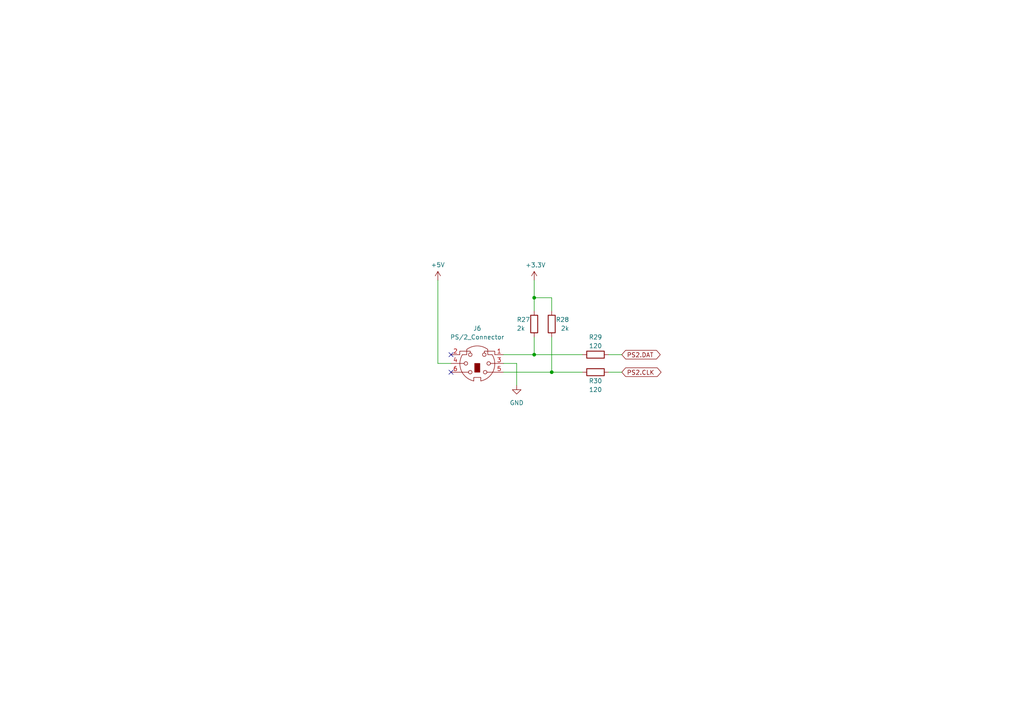
<source format=kicad_sch>
(kicad_sch (version 20231120) (generator "eeschema") (generator_version "8.0")
  (paper "A4")
  (lib_symbols
    (symbol "Device:R" (pin_numbers hide) (pin_names (offset 0))
      (property "Reference" "R" (at 2.032 0 90))
      (property "Value" "R" (at 0 0 90))
      (symbol "R_0_1"
        (rectangle (start -1.016 -2.54) (end 1.016 2.54) (stroke (width 0.254)))
      )
      (symbol "R_1_1"
        (pin passive line (at 0 3.81 270) (length 1.27) (name "~") (number "1"))
        (pin passive line (at 0 -3.81 90) (length 1.27) (name "~") (number "2"))
      )
    )
    (symbol "power:+3.3V" (power) (pin_numbers hide) (pin_names (offset 0) hide)
      (property "Value" "+3.3V" (at 0 3.556 0))
      (symbol "+3.3V_0_1"
        (polyline (pts (xy -0.762 1.27) (xy 0 2.54)))
        (polyline (pts (xy 0 0) (xy 0 2.54)))
        (polyline (pts (xy 0 2.54) (xy 0.762 1.27)))
      )
      (symbol "+3.3V_1_1"
        (pin power_in line (at 0 0 90) (length 0) (name "~") (number "1"))
      )
    )
    (symbol "power:+5V" (power) (pin_numbers hide) (pin_names (offset 0) hide)
      (property "Value" "+5V" (at 0 3.556 0))
      (symbol "+5V_0_1"
        (polyline (pts (xy -0.762 1.27) (xy 0 2.54)))
        (polyline (pts (xy 0 0) (xy 0 2.54)))
        (polyline (pts (xy 0 2.54) (xy 0.762 1.27)))
      )
      (symbol "+5V_1_1"
        (pin power_in line (at 0 0 90) (length 0) (name "~") (number "1"))
      )
    )
    (symbol "power:GND" (power) (pin_numbers hide) (pin_names (offset 0) hide)
      (property "Value" "GND" (at 0 -3.81 0))
      (symbol "GND_0_1"
        (polyline (pts (xy 0 0) (xy 0 -1.27) (xy 1.27 -1.27) (xy 0 -2.54) (xy -1.27 -1.27) (xy 0 -1.27)))
      )
      (symbol "GND_1_1"
        (pin power_in line (at 0 0 270) (length 0) (name "~") (number "1"))
      )
    )
    (symbol "ps2_connector:PS/2_Connector" (pin_names (offset 1.016))
      (property "Reference" "J" (at 0 6.35 0))
      (property "Value" "PS/2_Connector" (at 0 -6.35 0))
      (symbol "PS/2_Connector_0_1"
        (circle (center -3.302 0) (radius 0.508))
        (arc (start -3.048 -4.064) (mid 0 -5.08) (end 3.048 -4.064))
        (circle (center -2.032 -2.54) (radius 0.508))
        (circle (center -2.032 2.54) (radius 0.508))
        (arc (start -1.016 5.08) (mid -4.6228 2.1214) (end -4.318 -2.54))
        (rectangle (start -0.762 2.54) (end 0.762 0) (fill (type outline)))
        (polyline (pts (xy -3.81 0) (xy -5.08 0)))
        (polyline (pts (xy -2.54 2.54) (xy -5.08 2.54)))
        (polyline (pts (xy 2.794 2.54) (xy 5.08 2.54)))
        (polyline (pts (xy 5.08 0) (xy 3.81 0)))
        (polyline (pts (xy -4.318 -2.54) (xy -3.048 -2.54) (xy -3.048 -4.064)))
        (polyline (pts (xy 4.318 -2.54) (xy 3.048 -2.54) (xy 3.048 -4.064)))
        (polyline (pts (xy -2.032 -3.048) (xy -2.032 -3.556) (xy -5.08 -3.556) (xy -5.08 -2.54)))
        (polyline (pts (xy -1.016 5.08) (xy -1.016 4.064) (xy 1.016 4.064) (xy 1.016 5.08)))
        (polyline (pts (xy 2.032 -3.048) (xy 2.032 -3.556) (xy 5.08 -3.556) (xy 5.08 -2.54)))
        (circle (center 2.032 -2.54) (radius 0.508))
        (circle (center 2.286 2.54) (radius 0.508))
        (circle (center 3.302 0) (radius 0.508))
        (arc (start 4.318 -2.54) (mid 4.6661 2.1322) (end 1.016 5.08))
        (pin no_connect line (at 0 -6.35 90) (length 1.016) hide (name "~") (number "7"))
      )
      (symbol "PS/2_Connector_1_1"
        (pin passive line (at 7.62 -2.54 180) (length 2.54) (name "~") (number "1"))
        (pin passive line (at -7.62 -2.54 0) (length 2.54) (name "~") (number "2"))
        (pin passive line (at 7.62 0 180) (length 2.54) (name "~") (number "3"))
        (pin passive line (at -7.62 0 0) (length 2.54) (name "~") (number "4"))
        (pin passive line (at 7.62 2.54 180) (length 2.54) (name "~") (number "5"))
        (pin passive line (at -7.62 2.54 0) (length 2.54) (name "~") (number "6"))
      )
    )
  )
  (junction (at 160.02 107.95))
  (junction (at 154.94 86.36))
  (junction (at 154.94 102.87))
  (no_connect (at 130.81 102.87))
  (no_connect (at 130.81 107.95))
  (wire (pts (xy 160.02 107.95) (xy 168.91 107.95)))
  (wire (pts (xy 154.94 86.36) (xy 154.94 90.17)))
  (wire (pts (xy 127 105.41) (xy 130.81 105.41)))
  (wire (pts (xy 146.05 105.41) (xy 149.86 105.41)))
  (wire (pts (xy 154.94 102.87) (xy 168.91 102.87)))
  (wire (pts (xy 160.02 97.79) (xy 160.02 107.95)))
  (wire (pts (xy 127 81.28) (xy 127 105.41)))
  (wire (pts (xy 146.05 102.87) (xy 154.94 102.87)))
  (wire (pts (xy 149.86 105.41) (xy 149.86 111.76)))
  (wire (pts (xy 176.53 102.87) (xy 180.34 102.87)))
  (wire (pts (xy 154.94 97.79) (xy 154.94 102.87)))
  (wire (pts (xy 154.94 81.28) (xy 154.94 86.36)))
  (wire (pts (xy 160.02 86.36) (xy 160.02 90.17)))
  (wire (pts (xy 146.05 107.95) (xy 160.02 107.95)))
  (wire (pts (xy 176.53 107.95) (xy 180.34 107.95)))
  (wire (pts (xy 154.94 86.36) (xy 160.02 86.36)))
  (global_label "PS2.CLK" (shape bidirectional) (at 180.34 107.95 0) (property "Intersheetrefs" "${INTERSHEET_REFS}" (effects (hide yes))))
  (global_label "PS2.DAT" (shape bidirectional) (at 180.34 102.87 0) (property "Intersheetrefs" "${INTERSHEET_REFS}" (effects (hide yes))))
  (symbol (lib_id "power:GND") (at 149.86 111.76 0) (unit 1)
    (property "Reference" "#PWR019" (effects (hide yes)))
    (property "Value" "GND" (at 149.86 116.84 0))
    (property "Description" "Power symbol creates a global label with name \"GND\" , ground" (effects (hide yes)))
  )
  (symbol (lib_id "Device:R") (at 172.72 107.95 270) (mirror x) (unit 1)
    (property "Reference" "R30" (at 172.72 110.49 90))
    (property "Value" "120" (at 172.72 113.03 90))
    (property "Footprint" "resistor:R_Axial_DIN0207_L6.3mm_D2.5mm_P10.16mm_Horizontal" (effects (hide yes)))
    (property "Description" "Resistor" (effects (hide yes)))
  )
  (symbol (lib_id "Device:R") (at 160.02 93.98 0) (mirror y) (unit 1)
    (property "Reference" "R28" (at 165.1 92.71 0) (effects (justify left)))
    (property "Value" "2k" (at 165.1 95.25 0) (effects (justify left)))
    (property "Footprint" "resistor:R_Axial_DIN0207_L6.3mm_D2.5mm_P10.16mm_Horizontal" (effects (hide yes)))
    (property "Description" "Resistor" (effects (hide yes)))
  )
  (symbol (lib_id "power:+5V") (at 127 81.28 0) (unit 1)
    (property "Reference" "#PWR030" (effects (hide yes)))
    (property "Value" "+5V" (at 127 76.835 0))
    (property "Description" "Power symbol creates a global label with name \"+5V\"" (effects (hide yes)))
  )
  (symbol (lib_id "Device:R") (at 154.94 93.98 0) (unit 1)
    (property "Reference" "R27" (at 149.86 92.71 0) (effects (justify left)))
    (property "Value" "2k" (at 149.86 95.25 0) (effects (justify left)))
    (property "Footprint" "resistor:R_Axial_DIN0207_L6.3mm_D2.5mm_P10.16mm_Horizontal" (effects (hide yes)))
    (property "Description" "Resistor" (effects (hide yes)))
  )
  (symbol (lib_id "Device:R") (at 172.72 102.87 270) (unit 1)
    (property "Reference" "R29" (at 172.72 97.79 90))
    (property "Value" "120" (at 172.72 100.33 90))
    (property "Footprint" "resistor:R_Axial_DIN0207_L6.3mm_D2.5mm_P10.16mm_Horizontal" (effects (hide yes)))
    (property "Description" "Resistor" (effects (hide yes)))
  )
  (symbol (lib_id "ps2_connector:PS/2_Connector") (at 138.43 105.41 0) (mirror x) (unit 1)
    (property "Reference" "J6" (at 138.4315 95.25 0))
    (property "Value" "PS/2_Connector" (at 138.4315 97.79 0))
    (property "Footprint" "PS2_mini_din_6:MINI-DIN-6-FULL-SHIELD" (effects (hide yes)))
    (property "Datasheet" "http://service.powerdynamics.com/ec/Catalog17/Section%2011.pdf" (effects (hide yes)))
    (property "Description" "6-pin Mini-DIN connector" (effects (hide yes)))
  )
  (symbol (lib_id "power:+3.3V") (at 154.94 81.28 0) (unit 1)
    (property "Reference" "#PWR029" (effects (hide yes)))
    (property "Value" "+3.3V" (at 155.321 76.8858 0))
    (property "Description" "Power symbol creates a global label with name \"+3.3V\"" (effects (hide yes)))
  )
)
</source>
